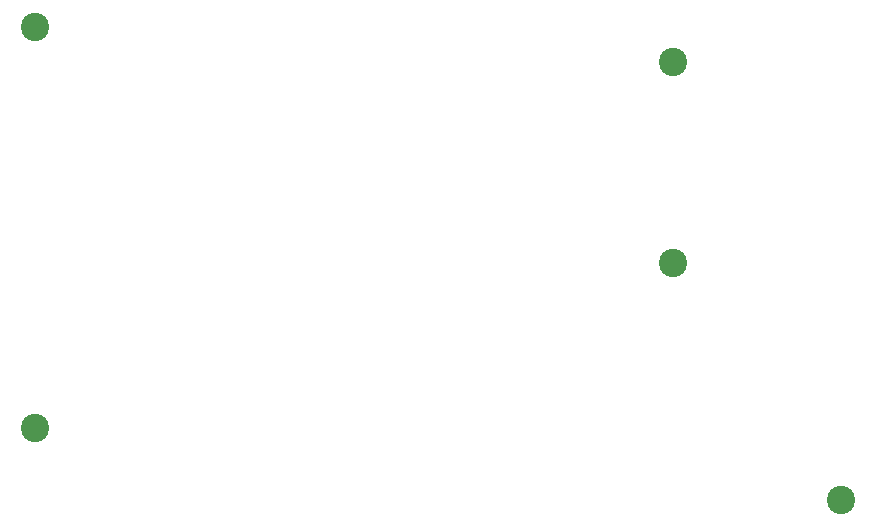
<source format=gbs>
G04 #@! TF.GenerationSoftware,KiCad,Pcbnew,7.0.2-0*
G04 #@! TF.CreationDate,2023-06-25T19:41:49+02:00*
G04 #@! TF.ProjectId,switch-plates,73776974-6368-42d7-906c-617465732e6b,0.6.0*
G04 #@! TF.SameCoordinates,Original*
G04 #@! TF.FileFunction,Soldermask,Bot*
G04 #@! TF.FilePolarity,Negative*
%FSLAX46Y46*%
G04 Gerber Fmt 4.6, Leading zero omitted, Abs format (unit mm)*
G04 Created by KiCad (PCBNEW 7.0.2-0) date 2023-06-25 19:41:49*
%MOMM*%
%LPD*%
G01*
G04 APERTURE LIST*
%ADD10C,2.400000*%
G04 APERTURE END LIST*
D10*
X80250000Y-117750000D03*
X148510701Y-123849903D03*
X134250000Y-103750000D03*
X134228545Y-86750000D03*
X80250000Y-83750000D03*
M02*

</source>
